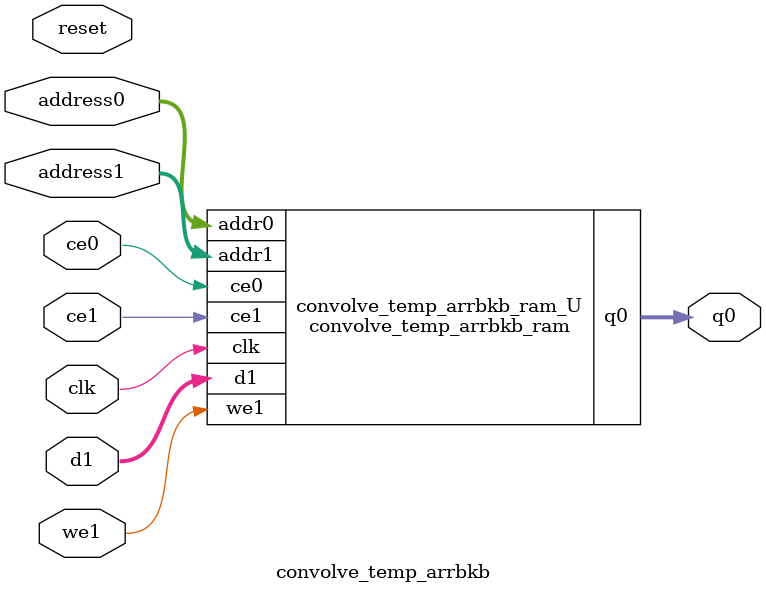
<source format=v>

`timescale 1 ns / 1 ps
module convolve_temp_arrbkb_ram (addr0, ce0, q0, addr1, ce1, d1, we1,  clk);

parameter DWIDTH = 32;
parameter AWIDTH = 5;
parameter MEM_SIZE = 20;

input[AWIDTH-1:0] addr0;
input ce0;
output reg[DWIDTH-1:0] q0;
input[AWIDTH-1:0] addr1;
input ce1;
input[DWIDTH-1:0] d1;
input we1;
input clk;

(* ram_style = "distributed" *)reg [DWIDTH-1:0] ram[0:MEM_SIZE-1];




always @(posedge clk)  
begin 
    if (ce0) 
    begin
            q0 <= ram[addr0];
    end
end


always @(posedge clk)  
begin 
    if (ce1) 
    begin
        if (we1) 
        begin 
            ram[addr1] <= d1; 
        end 
    end
end


endmodule


`timescale 1 ns / 1 ps
module convolve_temp_arrbkb(
    reset,
    clk,
    address0,
    ce0,
    q0,
    address1,
    ce1,
    we1,
    d1);

parameter DataWidth = 32'd32;
parameter AddressRange = 32'd20;
parameter AddressWidth = 32'd5;
input reset;
input clk;
input[AddressWidth - 1:0] address0;
input ce0;
output[DataWidth - 1:0] q0;
input[AddressWidth - 1:0] address1;
input ce1;
input we1;
input[DataWidth - 1:0] d1;



convolve_temp_arrbkb_ram convolve_temp_arrbkb_ram_U(
    .clk( clk ),
    .addr0( address0 ),
    .ce0( ce0 ),
    .q0( q0 ),
    .addr1( address1 ),
    .ce1( ce1 ),
    .d1( d1 ),
    .we1( we1 ));

endmodule


</source>
